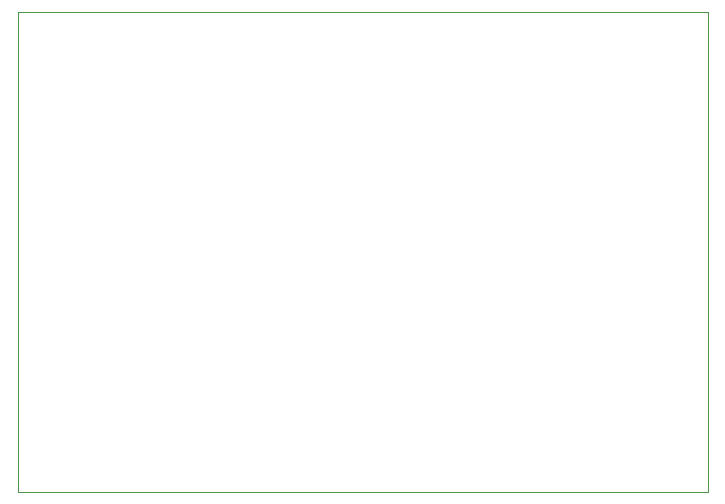
<source format=gbr>
%TF.GenerationSoftware,KiCad,Pcbnew,(6.0.10-0)*%
%TF.CreationDate,2023-02-17T15:36:55-08:00*%
%TF.ProjectId,555timer,35353574-696d-4657-922e-6b696361645f,rev?*%
%TF.SameCoordinates,Original*%
%TF.FileFunction,Profile,NP*%
%FSLAX46Y46*%
G04 Gerber Fmt 4.6, Leading zero omitted, Abs format (unit mm)*
G04 Created by KiCad (PCBNEW (6.0.10-0)) date 2023-02-17 15:36:55*
%MOMM*%
%LPD*%
G01*
G04 APERTURE LIST*
%TA.AperFunction,Profile*%
%ADD10C,0.050000*%
%TD*%
G04 APERTURE END LIST*
D10*
X114300000Y-66040000D02*
X172720000Y-66040000D01*
X172720000Y-66040000D02*
X172720000Y-106680000D01*
X172720000Y-106680000D02*
X114300000Y-106680000D01*
X114300000Y-106680000D02*
X114300000Y-66040000D01*
M02*

</source>
